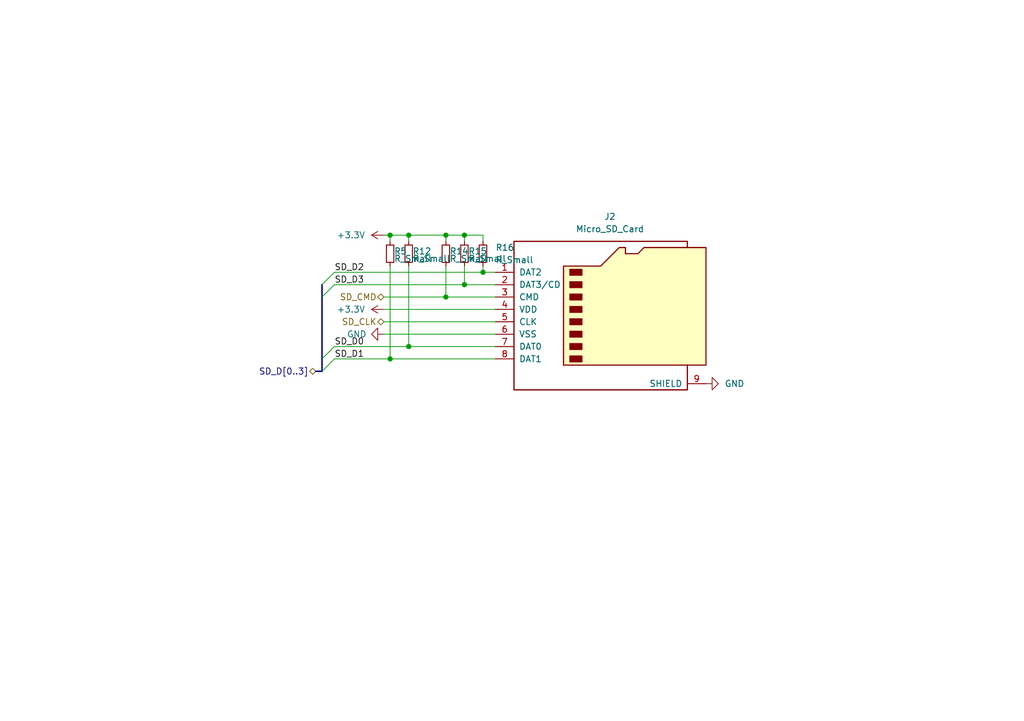
<source format=kicad_sch>
(kicad_sch (version 20230121) (generator eeschema)
  (paper "A5")
  (lib_symbols
    (symbol "Connector:Micro_SD_Card" (pin_names (offset 1.016))
      (property "Reference" "J" (at -16.51 15.24 0))
      (property "Value" "Micro_SD_Card" (at 16.51 15.24 0))
      (symbol "Micro_SD_Card_0_1"
        (rectangle (start -7.62 -9.525) (end -5.08 -10.795) (fill (type outline)))
        (rectangle (start -7.62 -6.985) (end -5.08 -8.255) (fill (type outline)))
        (rectangle (start -7.62 -4.445) (end -5.08 -5.715) (fill (type outline)))
        (rectangle (start -7.62 -1.905) (end -5.08 -3.175) (fill (type outline)))
        (rectangle (start -7.62 0.635) (end -5.08 -0.635) (fill (type outline)))
        (rectangle (start -7.62 3.175) (end -5.08 1.905) (fill (type outline)))
        (rectangle (start -7.62 5.715) (end -5.08 4.445) (fill (type outline)))
        (rectangle (start -7.62 8.255) (end -5.08 6.985) (fill (type outline)))
        (polyline (pts (xy 16.51 12.7) (xy 16.51 13.97) (xy -19.05 13.97) (xy -19.05 -16.51) (xy 16.51 -16.51) (xy 16.51 -11.43)) (stroke (width 0.254)))
        (polyline (pts (xy -8.89 -11.43) (xy -8.89 8.89) (xy -1.27 8.89) (xy 2.54 12.7) (xy 3.81 12.7) (xy 3.81 11.43) (xy 6.35 11.43) (xy 7.62 12.7) (xy 20.32 12.7) (xy 20.32 -11.43) (xy -8.89 -11.43)) (stroke (width 0.254)) (fill (type background)))
      )
      (symbol "Micro_SD_Card_1_1"
        (pin bidirectional line (at -22.86 7.62 0) (length 3.81) (name "DAT2") (number "1"))
        (pin bidirectional line (at -22.86 5.08 0) (length 3.81) (name "DAT3/CD") (number "2"))
        (pin input line (at -22.86 2.54 0) (length 3.81) (name "CMD") (number "3"))
        (pin power_in line (at -22.86 0 0) (length 3.81) (name "VDD") (number "4"))
        (pin input line (at -22.86 -2.54 0) (length 3.81) (name "CLK") (number "5"))
        (pin power_in line (at -22.86 -5.08 0) (length 3.81) (name "VSS") (number "6"))
        (pin bidirectional line (at -22.86 -7.62 0) (length 3.81) (name "DAT0") (number "7"))
        (pin bidirectional line (at -22.86 -10.16 0) (length 3.81) (name "DAT1") (number "8"))
        (pin passive line (at 20.32 -15.24 180) (length 3.81) (name "SHIELD") (number "9"))
      )
    )
    (symbol "Device:R_Small" (pin_numbers hide) (pin_names (offset 0.254) hide)
      (property "Reference" "R" (at 0.762 0.508 0))
      (property "Value" "R_Small" (at 0.762 -1.016 0))
      (symbol "R_Small_0_1"
        (rectangle (start -0.762 1.778) (end 0.762 -1.778) (stroke (width 0.2032)))
      )
      (symbol "R_Small_1_1"
        (pin passive line (at 0 2.54 270) (length 0.762) (name "~") (number "1"))
        (pin passive line (at 0 -2.54 90) (length 0.762) (name "~") (number "2"))
      )
    )
    (symbol "power:+3.3V" (power) (pin_names (offset 0))
      (property "Value" "+3.3V" (at 0 3.556 0))
      (symbol "+3.3V_0_1"
        (polyline (pts (xy -0.762 1.27) (xy 0 2.54)))
        (polyline (pts (xy 0 0) (xy 0 2.54)))
        (polyline (pts (xy 0 2.54) (xy 0.762 1.27)))
      )
      (symbol "+3.3V_1_1"
        (pin power_in line (at 0 0 90) (length 0) hide (name "+3.3V") (number "1"))
      )
    )
    (symbol "power:GND" (power) (pin_names (offset 0))
      (property "Value" "GND" (at 0 -3.81 0))
      (symbol "GND_0_1"
        (polyline (pts (xy 0 0) (xy 0 -1.27) (xy 1.27 -1.27) (xy 0 -2.54) (xy -1.27 -1.27) (xy 0 -1.27)))
      )
      (symbol "GND_1_1"
        (pin power_in line (at 0 0 270) (length 0) hide (name "GND") (number "1"))
      )
    )
  )
  (junction (at 95.25 58.42))
  (junction (at 83.82 71.12))
  (junction (at 91.44 48.26))
  (junction (at 99.06 55.88))
  (junction (at 80.01 73.66))
  (junction (at 80.01 48.26))
  (junction (at 95.25 48.26))
  (junction (at 91.44 60.96))
  (junction (at 83.82 48.26))
  (bus_entry (at 66.04 58.42) (size 2.54 -2.54))
  (bus_entry (at 66.04 73.66) (size 2.54 -2.54))
  (bus_entry (at 66.04 76.2) (size 2.54 -2.54))
  (bus_entry (at 66.04 60.96) (size 2.54 -2.54))
  (bus (pts (xy 66.04 58.42) (xy 66.04 60.96)))
  (wire (pts (xy 68.58 55.88) (xy 99.06 55.88)))
  (bus (pts (xy 64.77 76.2) (xy 66.04 76.2)))
  (wire (pts (xy 99.06 49.53) (xy 99.06 48.26)))
  (wire (pts (xy 68.58 73.66) (xy 80.01 73.66)))
  (wire (pts (xy 78.74 66.04) (xy 101.6 66.04)))
  (bus (pts (xy 66.04 73.66) (xy 66.04 76.2)))
  (wire (pts (xy 80.01 54.61) (xy 80.01 73.66)))
  (wire (pts (xy 83.82 54.61) (xy 83.82 71.12)))
  (wire (pts (xy 91.44 54.61) (xy 91.44 60.96)))
  (wire (pts (xy 78.74 63.5) (xy 101.6 63.5)))
  (wire (pts (xy 83.82 48.26) (xy 80.01 48.26)))
  (wire (pts (xy 83.82 48.26) (xy 83.82 49.53)))
  (wire (pts (xy 91.44 48.26) (xy 91.44 49.53)))
  (wire (pts (xy 95.25 48.26) (xy 95.25 49.53)))
  (wire (pts (xy 99.06 54.61) (xy 99.06 55.88)))
  (wire (pts (xy 78.74 48.26) (xy 80.01 48.26)))
  (wire (pts (xy 80.01 73.66) (xy 101.6 73.66)))
  (wire (pts (xy 80.01 48.26) (xy 80.01 49.53)))
  (wire (pts (xy 83.82 71.12) (xy 101.6 71.12)))
  (bus (pts (xy 66.04 60.96) (xy 66.04 73.66)))
  (wire (pts (xy 83.82 48.26) (xy 91.44 48.26)))
  (wire (pts (xy 99.06 48.26) (xy 95.25 48.26)))
  (wire (pts (xy 95.25 54.61) (xy 95.25 58.42)))
  (wire (pts (xy 95.25 58.42) (xy 101.6 58.42)))
  (wire (pts (xy 78.74 60.96) (xy 91.44 60.96)))
  (wire (pts (xy 68.58 58.42) (xy 95.25 58.42)))
  (wire (pts (xy 91.44 60.96) (xy 101.6 60.96)))
  (wire (pts (xy 78.74 68.58) (xy 101.6 68.58)))
  (wire (pts (xy 95.25 48.26) (xy 91.44 48.26)))
  (wire (pts (xy 68.58 71.12) (xy 83.82 71.12)))
  (wire (pts (xy 99.06 55.88) (xy 101.6 55.88)))
  (label "SD_D3" (at 68.58 58.42 0))
  (label "SD_D0" (at 68.58 71.12 0))
  (label "SD_D2" (at 68.58 55.88 0))
  (label "SD_D1" (at 68.58 73.66 0))
  (hierarchical_label "SD_CLK" (shape bidirectional) (at 78.74 66.04 180))
  (hierarchical_label "SD_D[0..3]" (shape bidirectional) (at 64.77 76.2 180))
  (hierarchical_label "SD_CMD" (shape bidirectional) (at 78.74 60.96 180))
  (symbol (lib_id "Device:R_Small") (at 99.06 52.07 0) (unit 1)
    (property "Reference" "R16" (at 101.6 50.7999 0) (effects (justify left)))
    (property "Value" "R_Small" (at 101.6 53.3399 0) (effects (justify left)))
    (property "Footprint" "Resistor_SMD:R_0603_1608Metric" (effects hide))
  )
  (symbol (lib_id "power:GND") (at 144.78 78.74 90) (unit 1)
    (property "Reference" "#PWR010" (effects hide))
    (property "Value" "GND" (at 148.59 78.7399 90) (effects (justify right)))
  )
  (symbol (lib_id "Device:R_Small") (at 83.82 52.07 0) (unit 1)
    (property "Reference" "R12" (at 84.582 51.562 0) (effects (justify left)))
    (property "Value" "R_Small" (at 84.582 53.086 0) (effects (justify left)))
    (property "Footprint" "Resistor_SMD:R_0603_1608Metric" (effects hide))
  )
  (symbol (lib_id "power:+3.3V") (at 78.74 63.5 90) (unit 1)
    (property "Reference" "#PWR08" (effects hide))
    (property "Value" "+3.3V" (at 74.93 63.4999 90) (effects (justify left)))
  )
  (symbol (lib_id "Device:R_Small") (at 95.25 52.07 0) (unit 1)
    (property "Reference" "R15" (at 96.012 51.562 0) (effects (justify left)))
    (property "Value" "R_Small" (at 96.012 53.086 0) (effects (justify left)))
    (property "Footprint" "Resistor_SMD:R_0603_1608Metric" (effects hide))
  )
  (symbol (lib_id "power:GND") (at 78.74 68.58 270) (unit 1)
    (property "Reference" "#PWR09" (effects hide))
    (property "Value" "GND" (at 71.12 68.58 90) (effects (justify left)))
  )
  (symbol (lib_id "power:+3.3V") (at 78.74 48.26 90) (unit 1)
    (property "Reference" "#PWR07" (effects hide))
    (property "Value" "+3.3V" (at 74.93 48.2599 90) (effects (justify left)))
  )
  (symbol (lib_id "Device:R_Small") (at 80.01 52.07 0) (unit 1)
    (property "Reference" "R5" (at 80.772 51.562 0) (effects (justify left)))
    (property "Value" "R_Small" (at 80.772 53.086 0) (effects (justify left)))
    (property "Footprint" "Resistor_SMD:R_0603_1608Metric" (effects hide))
  )
  (symbol (lib_id "Device:R_Small") (at 91.44 52.07 0) (unit 1)
    (property "Reference" "R14" (at 92.202 51.562 0) (effects (justify left)))
    (property "Value" "R_Small" (at 92.202 53.086 0) (effects (justify left)))
    (property "Footprint" "Resistor_SMD:R_0603_1608Metric" (effects hide))
  )
  (symbol (lib_id "Connector:Micro_SD_Card") (at 124.46 63.5 0) (unit 1)
    (property "Reference" "J2" (at 125.095 44.45 0))
    (property "Value" "Micro_SD_Card" (at 125.095 46.99 0))
    (property "Footprint" "Anh_Footprints:MicroSD_Socket" (effects hide))
    (property "Datasheet" "http://katalog.we-online.de/em/datasheet/693072010801.pdf" (effects hide))
  )
)
</source>
